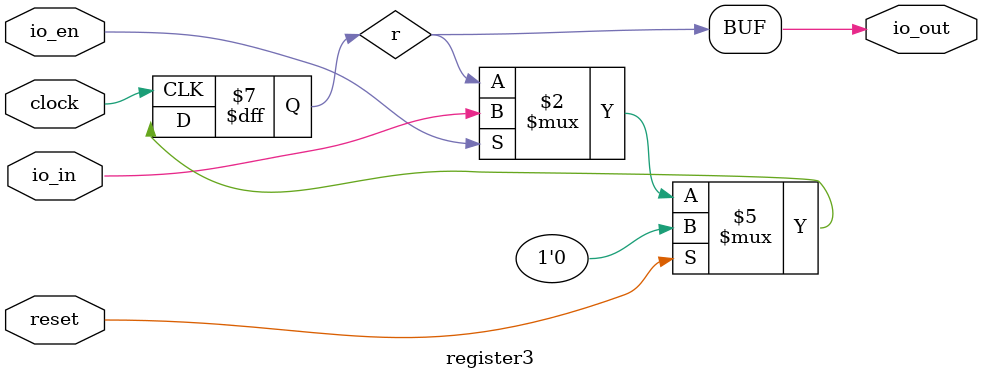
<source format=v>
module register3(
  input   clock,
  input   reset,
  input   io_in,
  input   io_en,
  output  io_out
);
`ifdef RANDOMIZE_REG_INIT
  reg [31:0] _RAND_0;
`endif // RANDOMIZE_REG_INIT
  reg  r; // @[Reg.scala 27:20]
  assign io_out = r; // @[r.scala 17:10]
  always @(posedge clock) begin
    if (reset) begin // @[Reg.scala 27:20]
      r <= 1'h0; // @[Reg.scala 27:20]
    end else if (io_en) begin // @[Reg.scala 28:19]
      r <= io_in; // @[Reg.scala 28:23]
    end
  end
// Register and memory initialization
`ifdef RANDOMIZE_GARBAGE_ASSIGN
`define RANDOMIZE
`endif
`ifdef RANDOMIZE_INVALID_ASSIGN
`define RANDOMIZE
`endif
`ifdef RANDOMIZE_REG_INIT
`define RANDOMIZE
`endif
`ifdef RANDOMIZE_MEM_INIT
`define RANDOMIZE
`endif
`ifndef RANDOM
`define RANDOM $random
`endif
`ifdef RANDOMIZE_MEM_INIT
  integer initvar;
`endif
`ifndef SYNTHESIS
`ifdef FIRRTL_BEFORE_INITIAL
`FIRRTL_BEFORE_INITIAL
`endif
initial begin
  `ifdef RANDOMIZE
    `ifdef INIT_RANDOM
      `INIT_RANDOM
    `endif
    `ifndef VERILATOR
      `ifdef RANDOMIZE_DELAY
        #`RANDOMIZE_DELAY begin end
      `else
        #0.002 begin end
      `endif
    `endif
`ifdef RANDOMIZE_REG_INIT
  _RAND_0 = {1{`RANDOM}};
  r = _RAND_0[0:0];
`endif // RANDOMIZE_REG_INIT
  `endif // RANDOMIZE
end // initial
`ifdef FIRRTL_AFTER_INITIAL
`FIRRTL_AFTER_INITIAL
`endif
`endif // SYNTHESIS
endmodule

</source>
